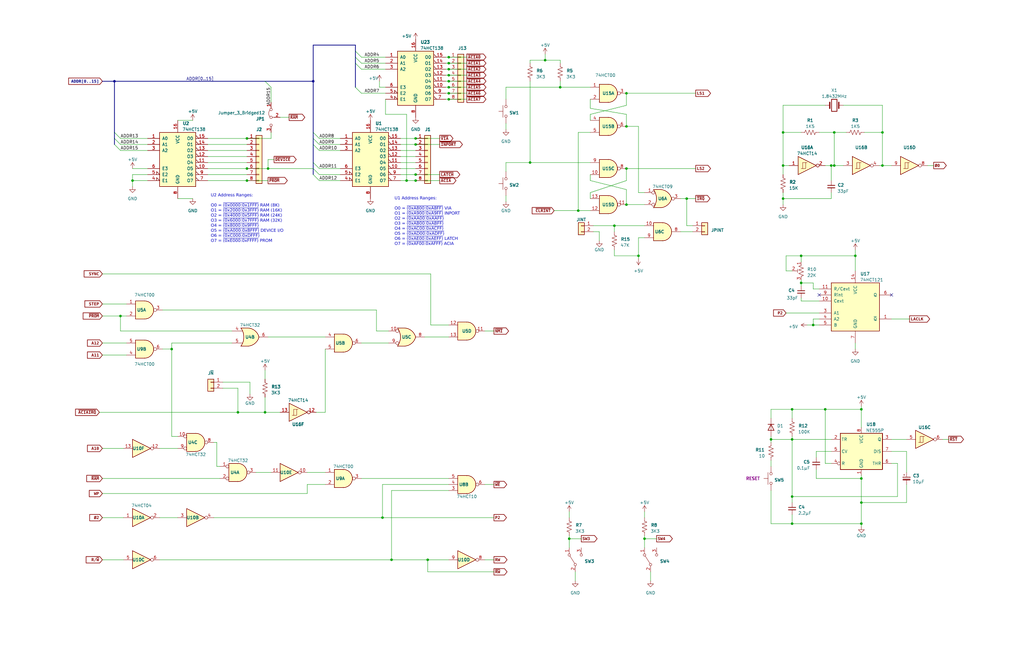
<source format=kicad_sch>
(kicad_sch (version 20230121) (generator eeschema)
  (paper "B")
  (title_block (title "XYM Microcomputer Remake") (date "2023-04-26") (rev "A") (company "JordanDSP LLC") (comment 1 "Original Design by Brian Webster, John Beckett et. Al.") (comment 2 "Schematic Reproduction by Benjamin W. D. Jordan"))
  (junction (at 104.14 58.42))
  (junction (at 264.16 53.34))
  (junction (at 334.01 209.55))
  (junction (at 363.22 220.98))
  (junction (at 175.26 60.96))
  (junction (at 189.23 36.83))
  (junction (at 180.34 236.22))
  (junction (at 240.03 227.33))
  (junction (at 189.23 26.67))
  (junction (at 175.26 58.42))
  (junction (at 264.16 71.12))
  (junction (at 259.08 95.25))
  (junction (at 189.23 29.21))
  (junction (at 189.23 41.91))
  (junction (at 111.76 173.99))
  (junction (at 372.11 55.88))
  (junction (at 347.98 172.72))
  (junction (at 175.26 73.66))
  (junction (at 243.84 88.9))
  (junction (at 175.26 76.2))
  (junction (at 113.03 71.12))
  (junction (at 72.39 147.32))
  (junction (at 363.22 172.72))
  (junction (at 189.23 24.13))
  (junction (at 223.52 68.58))
  (junction (at 161.29 218.44))
  (junction (at 132.08 34.29))
  (junction (at 334.01 185.42))
  (junction (at 337.82 107.95))
  (junction (at 229.87 25.4))
  (junction (at 334.01 172.72))
  (junction (at 189.23 31.75))
  (junction (at 104.14 71.12))
  (junction (at 269.24 107.95))
  (junction (at 325.12 185.42))
  (junction (at 334.01 220.98))
  (junction (at 330.2 83.82))
  (junction (at 271.78 227.33))
  (junction (at 165.1 236.22))
  (junction (at 342.9 137.16))
  (junction (at 330.2 55.88))
  (junction (at 48.26 34.29))
  (junction (at 50.8 133.35))
  (junction (at 330.2 69.85))
  (junction (at 104.14 76.2))
  (junction (at 264.16 86.36))
  (junction (at 236.22 36.83))
  (junction (at 372.11 69.85))
  (junction (at 189.23 39.37))
  (junction (at 351.79 69.85))
  (junction (at 350.52 69.85))
  (junction (at 264.16 39.37))
  (junction (at 289.56 83.82))
  (junction (at 171.45 76.2))
  (junction (at 360.68 107.95))
  (junction (at 55.88 76.2))
  (junction (at 100.33 173.99))
  (junction (at 337.82 119.38))
  (junction (at 363.22 201.93))
  (junction (at 363.22 212.09))
  (junction (at 351.79 55.88))
  (junction (at 189.23 34.29))
  (no_connect (at 345.44 124.46))
  (no_connect (at 375.92 124.46))
  (bus_entry (at 149.86 24.13) (size 2.54 2.54))
  (bus_entry (at 132.08 73.66) (size 2.54 2.54))
  (bus_entry (at 132.08 55.88) (size 2.54 2.54))
  (bus_entry (at 48.26 60.96) (size 2.54 2.54))
  (bus_entry (at 111.76 34.29) (size 2.54 2.54))
  (bus_entry (at 132.08 68.58) (size 2.54 2.54))
  (bus_entry (at 149.86 26.67) (size 2.54 2.54))
  (bus_entry (at 48.26 55.88) (size 2.54 2.54))
  (bus_entry (at 149.86 36.83) (size 2.54 2.54))
  (bus_entry (at 48.26 58.42) (size 2.54 2.54))
  (bus_entry (at 149.86 21.59) (size 2.54 2.54))
  (bus_entry (at 132.08 60.96) (size 2.54 2.54))
  (bus_entry (at 132.08 58.42) (size 2.54 2.54))
  (wire (pts (xy 55.88 76.2) (xy 55.88 73.66)))
  (wire (pts (xy 104.14 71.12) (xy 87.63 71.12)))
  (wire (pts (xy 271.78 227.33) (xy 271.78 231.14)))
  (wire (pts (xy 337.82 119.38) (xy 337.82 120.65)))
  (wire (pts (xy 55.88 71.12) (xy 62.23 71.12)))
  (wire (pts (xy 93.98 163.83) (xy 100.33 163.83)))
  (bus (pts (xy 132.08 68.58) (xy 132.08 60.96)))
  (bus (pts (xy 132.08 55.88) (xy 132.08 34.29)))
  (wire (pts (xy 50.8 63.5) (xy 62.23 63.5)))
  (wire (pts (xy 189.23 31.75) (xy 196.85 31.75)))
  (wire (pts (xy 248.92 73.66) (xy 248.92 76.2)))
  (wire (pts (xy 134.62 63.5) (xy 143.51 63.5)))
  (wire (pts (xy 43.18 189.23) (xy 52.07 189.23)))
  (wire (pts (xy 152.4 26.67) (xy 162.56 26.67)))
  (wire (pts (xy 330.2 81.28) (xy 330.2 83.82)))
  (wire (pts (xy 240.03 215.9) (xy 240.03 218.44)))
  (wire (pts (xy 213.36 85.09) (xy 213.36 82.55)))
  (bus (pts (xy 48.26 58.42) (xy 48.26 60.96)))
  (wire (pts (xy 114.3 199.39) (xy 107.95 199.39)))
  (wire (pts (xy 264.16 48.26) (xy 264.16 53.34)))
  (wire (pts (xy 269.24 81.28) (xy 269.24 53.34)))
  (wire (pts (xy 350.52 195.58) (xy 347.98 195.58)))
  (wire (pts (xy 171.45 48.26) (xy 171.45 76.2)))
  (wire (pts (xy 87.63 58.42) (xy 104.14 58.42)))
  (wire (pts (xy 129.54 208.28) (xy 129.54 204.47)))
  (wire (pts (xy 337.82 118.11) (xy 337.82 119.38)))
  (wire (pts (xy 233.68 88.9) (xy 243.84 88.9)))
  (wire (pts (xy 375.92 185.42) (xy 382.27 185.42)))
  (wire (pts (xy 372.11 44.45) (xy 372.11 55.88)))
  (wire (pts (xy 248.92 45.72) (xy 264.16 48.26)))
  (wire (pts (xy 264.16 80.01) (xy 264.16 86.36)))
  (wire (pts (xy 165.1 236.22) (xy 165.1 207.01)))
  (wire (pts (xy 375.92 195.58) (xy 378.46 195.58)))
  (wire (pts (xy 363.22 171.45) (xy 363.22 172.72)))
  (wire (pts (xy 43.18 149.86) (xy 53.34 149.86)))
  (wire (pts (xy 162.56 41.91) (xy 162.56 48.26)))
  (wire (pts (xy 229.87 25.4) (xy 223.52 25.4)))
  (wire (pts (xy 132.08 71.12) (xy 134.62 73.66)))
  (wire (pts (xy 360.68 105.41) (xy 360.68 107.95)))
  (wire (pts (xy 68.58 147.32) (xy 72.39 147.32)))
  (wire (pts (xy 187.96 36.83) (xy 189.23 36.83)))
  (wire (pts (xy 243.84 55.88) (xy 248.92 55.88)))
  (wire (pts (xy 375.92 190.5) (xy 382.27 190.5)))
  (wire (pts (xy 175.26 71.12) (xy 168.91 71.12)))
  (wire (pts (xy 337.82 55.88) (xy 330.2 55.88)))
  (wire (pts (xy 240.03 227.33) (xy 245.11 227.33)))
  (wire (pts (xy 187.96 24.13) (xy 189.23 24.13)))
  (wire (pts (xy 259.08 95.25) (xy 271.78 95.25)))
  (wire (pts (xy 363.22 220.98) (xy 363.22 212.09)))
  (wire (pts (xy 213.36 36.83) (xy 236.22 36.83)))
  (wire (pts (xy 137.16 173.99) (xy 137.16 147.32)))
  (wire (pts (xy 181.61 115.57) (xy 181.61 137.16)))
  (wire (pts (xy 175.26 76.2) (xy 185.42 76.2)))
  (wire (pts (xy 175.26 60.96) (xy 168.91 60.96)))
  (wire (pts (xy 345.44 121.92) (xy 342.9 121.92)))
  (wire (pts (xy 105.41 161.29) (xy 105.41 166.37)))
  (wire (pts (xy 331.47 107.95) (xy 337.82 107.95)))
  (wire (pts (xy 325.12 176.53) (xy 325.12 172.72)))
  (wire (pts (xy 248.92 76.2) (xy 264.16 80.01)))
  (wire (pts (xy 325.12 220.98) (xy 334.01 220.98)))
  (wire (pts (xy 347.98 172.72) (xy 363.22 172.72)))
  (wire (pts (xy 250.19 97.79) (xy 252.73 97.79)))
  (wire (pts (xy 55.88 78.74) (xy 55.88 76.2)))
  (wire (pts (xy 378.46 209.55) (xy 334.01 209.55)))
  (wire (pts (xy 325.12 185.42) (xy 334.01 185.42)))
  (bus (pts (xy 149.86 19.05) (xy 132.08 19.05)))
  (wire (pts (xy 114.3 55.88) (xy 114.3 58.42)))
  (wire (pts (xy 331.47 132.08) (xy 345.44 132.08)))
  (wire (pts (xy 72.39 184.15) (xy 72.39 147.32)))
  (wire (pts (xy 50.8 133.35) (xy 50.8 139.7)))
  (wire (pts (xy 152.4 39.37) (xy 162.56 39.37)))
  (wire (pts (xy 274.32 241.3) (xy 274.32 245.11)))
  (wire (pts (xy 104.14 66.04) (xy 87.63 66.04)))
  (wire (pts (xy 43.18 201.93) (xy 92.71 201.93)))
  (wire (pts (xy 271.78 81.28) (xy 269.24 81.28)))
  (wire (pts (xy 355.6 44.45) (xy 372.11 44.45)))
  (wire (pts (xy 114.3 36.83) (xy 114.3 43.18)))
  (wire (pts (xy 43.18 115.57) (xy 181.61 115.57)))
  (wire (pts (xy 363.22 222.25) (xy 363.22 220.98)))
  (wire (pts (xy 175.26 68.58) (xy 168.91 68.58)))
  (wire (pts (xy 355.6 69.85) (xy 351.79 69.85)))
  (wire (pts (xy 90.17 218.44) (xy 161.29 218.44)))
  (wire (pts (xy 350.52 69.85) (xy 347.98 69.85)))
  (wire (pts (xy 187.96 26.67) (xy 189.23 26.67)))
  (bus (pts (xy 149.86 24.13) (xy 149.86 26.67)))
  (wire (pts (xy 271.78 215.9) (xy 271.78 218.44)))
  (wire (pts (xy 337.82 125.73) (xy 337.82 127)))
  (wire (pts (xy 292.1 95.25) (xy 289.56 95.25)))
  (wire (pts (xy 187.96 34.29) (xy 189.23 34.29)))
  (wire (pts (xy 350.52 69.85) (xy 350.52 76.2)))
  (wire (pts (xy 114.3 58.42) (xy 104.14 58.42)))
  (wire (pts (xy 334.01 185.42) (xy 334.01 184.15)))
  (bus (pts (xy 149.86 26.67) (xy 149.86 36.83)))
  (wire (pts (xy 175.26 63.5) (xy 168.91 63.5)))
  (wire (pts (xy 179.07 142.24) (xy 189.23 142.24)))
  (wire (pts (xy 133.35 173.99) (xy 137.16 173.99)))
  (wire (pts (xy 334.01 217.17) (xy 334.01 220.98)))
  (wire (pts (xy 43.18 236.22) (xy 52.07 236.22)))
  (wire (pts (xy 240.03 226.06) (xy 240.03 227.33)))
  (wire (pts (xy 252.73 97.79) (xy 252.73 101.6)))
  (wire (pts (xy 113.03 142.24) (xy 137.16 142.24)))
  (bus (pts (xy 132.08 34.29) (xy 111.76 34.29)))
  (wire (pts (xy 134.62 71.12) (xy 143.51 71.12)))
  (wire (pts (xy 91.44 186.69) (xy 91.44 196.85)))
  (wire (pts (xy 189.23 36.83) (xy 196.85 36.83)))
  (wire (pts (xy 347.98 44.45) (xy 330.2 44.45)))
  (wire (pts (xy 382.27 190.5) (xy 382.27 199.39)))
  (wire (pts (xy 208.28 236.22) (xy 204.47 236.22)))
  (wire (pts (xy 158.75 130.81) (xy 158.75 139.7)))
  (wire (pts (xy 236.22 36.83) (xy 248.92 36.83)))
  (wire (pts (xy 289.56 83.82) (xy 293.37 83.82)))
  (wire (pts (xy 242.57 241.3) (xy 242.57 245.11)))
  (wire (pts (xy 400.05 185.42) (xy 397.51 185.42)))
  (wire (pts (xy 259.08 107.95) (xy 269.24 107.95)))
  (wire (pts (xy 342.9 137.16) (xy 342.9 134.62)))
  (wire (pts (xy 213.36 68.58) (xy 223.52 68.58)))
  (wire (pts (xy 264.16 86.36) (xy 271.78 86.36)))
  (wire (pts (xy 162.56 36.83) (xy 160.02 36.83)))
  (wire (pts (xy 248.92 83.82) (xy 248.92 81.28)))
  (wire (pts (xy 269.24 107.95) (xy 269.24 100.33)))
  (wire (pts (xy 208.28 241.3) (xy 180.34 241.3)))
  (wire (pts (xy 340.36 137.16) (xy 342.9 137.16)))
  (wire (pts (xy 50.8 133.35) (xy 43.18 133.35)))
  (wire (pts (xy 248.92 81.28) (xy 264.16 76.2)))
  (wire (pts (xy 90.17 186.69) (xy 91.44 186.69)))
  (wire (pts (xy 271.78 227.33) (xy 276.86 227.33)))
  (wire (pts (xy 325.12 184.15) (xy 325.12 185.42)))
  (bus (pts (xy 132.08 58.42) (xy 132.08 55.88)))
  (wire (pts (xy 104.14 68.58) (xy 87.63 68.58)))
  (wire (pts (xy 67.31 218.44) (xy 74.93 218.44)))
  (wire (pts (xy 372.11 55.88) (xy 372.11 69.85)))
  (wire (pts (xy 175.26 58.42) (xy 168.91 58.42)))
  (wire (pts (xy 187.96 39.37) (xy 189.23 39.37)))
  (wire (pts (xy 104.14 63.5) (xy 87.63 63.5)))
  (wire (pts (xy 325.12 185.42) (xy 325.12 186.69)))
  (wire (pts (xy 342.9 121.92) (xy 342.9 119.38)))
  (wire (pts (xy 240.03 227.33) (xy 240.03 231.14)))
  (wire (pts (xy 334.01 172.72) (xy 334.01 176.53)))
  (wire (pts (xy 67.31 189.23) (xy 74.93 189.23)))
  (wire (pts (xy 269.24 100.33) (xy 271.78 100.33)))
  (wire (pts (xy 189.23 29.21) (xy 196.85 29.21)))
  (wire (pts (xy 223.52 68.58) (xy 248.92 68.58)))
  (wire (pts (xy 50.8 133.35) (xy 53.34 133.35)))
  (wire (pts (xy 351.79 69.85) (xy 350.52 69.85)))
  (wire (pts (xy 344.17 198.12) (xy 344.17 201.93)))
  (wire (pts (xy 43.18 218.44) (xy 52.07 218.44)))
  (wire (pts (xy 236.22 25.4) (xy 229.87 25.4)))
  (wire (pts (xy 350.52 83.82) (xy 330.2 83.82)))
  (wire (pts (xy 55.88 76.2) (xy 62.23 76.2)))
  (wire (pts (xy 175.26 60.96) (xy 185.42 60.96)))
  (wire (pts (xy 74.93 50.8) (xy 81.28 50.8)))
  (wire (pts (xy 41.91 173.99) (xy 100.33 173.99)))
  (wire (pts (xy 337.82 127) (xy 345.44 127)))
  (wire (pts (xy 72.39 144.78) (xy 97.79 144.78)))
  (wire (pts (xy 325.12 196.85) (xy 325.12 194.31)))
  (wire (pts (xy 175.26 66.04) (xy 168.91 66.04)))
  (wire (pts (xy 152.4 24.13) (xy 162.56 24.13)))
  (wire (pts (xy 160.02 34.29) (xy 160.02 36.83)))
  (wire (pts (xy 383.54 134.62) (xy 375.92 134.62)))
  (wire (pts (xy 337.82 107.95) (xy 337.82 110.49)))
  (wire (pts (xy 264.16 71.12) (xy 293.37 71.12)))
  (bus (pts (xy 132.08 73.66) (xy 132.08 68.58)))
  (wire (pts (xy 189.23 41.91) (xy 196.85 41.91)))
  (wire (pts (xy 330.2 44.45) (xy 330.2 55.88)))
  (wire (pts (xy 363.22 201.93) (xy 363.22 200.66)))
  (wire (pts (xy 229.87 22.86) (xy 229.87 25.4)))
  (bus (pts (xy 48.26 55.88) (xy 48.26 58.42)))
  (wire (pts (xy 292.1 97.79) (xy 287.02 97.79)))
  (wire (pts (xy 337.82 107.95) (xy 360.68 107.95)))
  (wire (pts (xy 104.14 71.12) (xy 113.03 71.12)))
  (wire (pts (xy 152.4 29.21) (xy 162.56 29.21)))
  (wire (pts (xy 264.16 76.2) (xy 264.16 71.12)))
  (wire (pts (xy 342.9 119.38) (xy 337.82 119.38)))
  (wire (pts (xy 189.23 34.29) (xy 196.85 34.29)))
  (wire (pts (xy 271.78 226.06) (xy 271.78 227.33)))
  (wire (pts (xy 171.45 76.2) (xy 168.91 76.2)))
  (wire (pts (xy 55.88 73.66) (xy 62.23 73.66)))
  (wire (pts (xy 180.34 236.22) (xy 189.23 236.22)))
  (wire (pts (xy 344.17 190.5) (xy 350.52 190.5)))
  (wire (pts (xy 208.28 204.47) (xy 204.47 204.47)))
  (wire (pts (xy 189.23 39.37) (xy 196.85 39.37)))
  (wire (pts (xy 378.46 195.58) (xy 378.46 209.55)))
  (wire (pts (xy 87.63 60.96) (xy 104.14 60.96)))
  (wire (pts (xy 289.56 95.25) (xy 289.56 83.82)))
  (wire (pts (xy 50.8 139.7) (xy 97.79 139.7)))
  (wire (pts (xy 364.49 55.88) (xy 372.11 55.88)))
  (wire (pts (xy 347.98 195.58) (xy 347.98 172.72)))
  (bus (pts (xy 149.86 19.05) (xy 149.86 21.59)))
  (bus (pts (xy 48.26 34.29) (xy 43.18 34.29)))
  (wire (pts (xy 330.2 83.82) (xy 330.2 86.36)))
  (wire (pts (xy 189.23 26.67) (xy 196.85 26.67)))
  (wire (pts (xy 223.52 26.67) (xy 223.52 25.4)))
  (wire (pts (xy 382.27 204.47) (xy 382.27 212.09)))
  (wire (pts (xy 68.58 130.81) (xy 158.75 130.81)))
  (wire (pts (xy 100.33 163.83) (xy 100.33 173.99)))
  (wire (pts (xy 161.29 218.44) (xy 208.28 218.44)))
  (wire (pts (xy 334.01 220.98) (xy 363.22 220.98)))
  (wire (pts (xy 330.2 55.88) (xy 330.2 69.85)))
  (wire (pts (xy 330.2 69.85) (xy 332.74 69.85)))
  (wire (pts (xy 50.8 58.42) (xy 62.23 58.42)))
  (wire (pts (xy 113.03 67.31) (xy 113.03 71.12)))
  (wire (pts (xy 248.92 50.8) (xy 248.92 48.26)))
  (wire (pts (xy 213.36 54.61) (xy 213.36 52.07)))
  (wire (pts (xy 370.84 69.85) (xy 372.11 69.85)))
  (wire (pts (xy 236.22 25.4) (xy 236.22 26.67)))
  (wire (pts (xy 330.2 69.85) (xy 330.2 73.66)))
  (wire (pts (xy 93.98 161.29) (xy 105.41 161.29)))
  (wire (pts (xy 175.26 73.66) (xy 168.91 73.66)))
  (wire (pts (xy 264.16 39.37) (xy 293.37 39.37)))
  (wire (pts (xy 104.14 76.2) (xy 113.03 76.2)))
  (wire (pts (xy 74.93 83.82) (xy 81.28 83.82)))
  (wire (pts (xy 248.92 88.9) (xy 243.84 88.9)))
  (wire (pts (xy 334.01 185.42) (xy 334.01 209.55)))
  (wire (pts (xy 393.7 69.85) (xy 391.16 69.85)))
  (wire (pts (xy 67.31 236.22) (xy 165.1 236.22)))
  (wire (pts (xy 104.14 73.66) (xy 87.63 73.66)))
  (wire (pts (xy 189.23 24.13) (xy 196.85 24.13)))
  (bus (pts (xy 132.08 19.05) (xy 132.08 34.29)))
  (wire (pts (xy 161.29 218.44) (xy 161.29 204.47)))
  (wire (pts (xy 334.01 172.72) (xy 347.98 172.72)))
  (wire (pts (xy 350.52 185.42) (xy 334.01 185.42)))
  (wire (pts (xy 129.54 199.39) (xy 137.16 199.39)))
  (wire (pts (xy 115.57 67.31) (xy 113.03 67.31)))
  (wire (pts (xy 243.84 88.9) (xy 243.84 55.88)))
  (wire (pts (xy 236.22 34.29) (xy 236.22 36.83)))
  (wire (pts (xy 50.8 60.96) (xy 62.23 60.96)))
  (wire (pts (xy 158.75 139.7) (xy 163.83 139.7)))
  (wire (pts (xy 287.02 83.82) (xy 289.56 83.82)))
  (wire (pts (xy 334.01 209.55) (xy 334.01 212.09)))
  (wire (pts (xy 43.18 128.27) (xy 53.34 128.27)))
  (wire (pts (xy 43.18 208.28) (xy 129.54 208.28)))
  (wire (pts (xy 91.44 196.85) (xy 92.71 196.85)))
  (wire (pts (xy 74.93 184.15) (xy 72.39 184.15)))
  (wire (pts (xy 121.92 49.53) (xy 118.11 49.53)))
  (wire (pts (xy 248.92 48.26) (xy 264.16 44.45)))
  (wire (pts (xy 134.62 60.96) (xy 143.51 60.96)))
  (wire (pts (xy 351.79 55.88) (xy 356.87 55.88)))
  (wire (pts (xy 360.68 107.95) (xy 360.68 114.3)))
  (wire (pts (xy 345.44 134.62) (xy 342.9 134.62)))
  (wire (pts (xy 363.22 212.09) (xy 363.22 201.93)))
  (bus (pts (xy 132.08 60.96) (xy 132.08 58.42)))
  (bus (pts (xy 48.26 34.29) (xy 48.26 55.88)))
  (wire (pts (xy 129.54 204.47) (xy 137.16 204.47)))
  (wire (pts (xy 162.56 48.26) (xy 171.45 48.26)))
  (wire (pts (xy 113.03 71.12) (xy 132.08 71.12)))
  (wire (pts (xy 72.39 147.32) (xy 72.39 144.78)))
  (wire (pts (xy 250.19 95.25) (xy 259.08 95.25)))
  (bus (pts (xy 149.86 21.59) (xy 149.86 24.13)))
  (wire (pts (xy 187.96 29.21) (xy 189.23 29.21)))
  (wire (pts (xy 152.4 144.78) (xy 163.83 144.78)))
  (wire (pts (xy 331.47 114.3) (xy 331.47 107.95)))
  (wire (pts (xy 134.62 73.66) (xy 143.51 73.66)))
  (wire (pts (xy 375.92 69.85) (xy 372.11 69.85)))
  (wire (pts (xy 165.1 207.01) (xy 189.23 207.01)))
  (wire (pts (xy 208.28 139.7) (xy 204.47 139.7)))
  (wire (pts (xy 259.08 105.41) (xy 259.08 107.95)))
  (wire (pts (xy 187.96 41.91) (xy 189.23 41.91)))
  (wire (pts (xy 351.79 55.88) (xy 351.79 69.85)))
  (wire (pts (xy 325.12 207.01) (xy 325.12 220.98)))
  (wire (pts (xy 104.14 76.2) (xy 87.63 76.2)))
  (wire (pts (xy 223.52 34.29) (xy 223.52 68.58)))
  (wire (pts (xy 344.17 193.04) (xy 344.17 190.5)))
  (wire (pts (xy 360.68 147.32) (xy 360.68 144.78)))
  (wire (pts (xy 187.96 31.75) (xy 189.23 31.75)))
  (wire (pts (xy 43.18 144.78) (xy 53.34 144.78)))
  (wire (pts (xy 134.62 58.42) (xy 143.51 58.42)))
  (wire (pts (xy 259.08 95.25) (xy 259.08 97.79)))
  (wire (pts (xy 175.26 58.42) (xy 185.42 58.42)))
  (wire (pts (xy 345.44 137.16) (xy 342.9 137.16)))
  (wire (pts (xy 264.16 44.45) (xy 264.16 39.37)))
  (wire (pts (xy 382.27 212.09) (xy 363.22 212.09)))
  (wire (pts (xy 161.29 204.47) (xy 189.23 204.47)))
  (wire (pts (xy 165.1 236.22) (xy 180.34 236.22)))
  (wire (pts (xy 345.44 55.88) (xy 351.79 55.88)))
  (wire (pts (xy 213.36 41.91) (xy 213.36 36.83)))
  (wire (pts (xy 180.34 241.3) (xy 180.34 236.22)))
  (wire (pts (xy 175.26 73.66) (xy 185.42 73.66)))
  (wire (pts (xy 175.26 76.2) (xy 171.45 76.2)))
  (wire (pts (xy 248.92 41.91) (xy 248.92 45.72)))
  (wire (pts (xy 350.52 81.28) (xy 350.52 83.82)))
  (wire (pts (xy 134.62 76.2) (xy 143.51 76.2)))
  (wire (pts (xy 111.76 156.21) (xy 111.76 160.02)))
  (wire (pts (xy 344.17 201.93) (xy 363.22 201.93)))
  (wire (pts (xy 334.01 114.3) (xy 331.47 114.3)))
  (wire (pts (xy 269.24 53.34) (xy 264.16 53.34)))
  (wire (pts (xy 100.33 173.99) (xy 111.76 173.99)))
  (bus (pts (xy 111.76 34.29) (xy 48.26 34.29)))
  (wire (pts (xy 189.23 201.93) (xy 152.4 201.93)))
  (wire (pts (xy 181.61 137.16) (xy 189.23 137.16)))
  (wire (pts (xy 118.11 173.99) (xy 111.76 173.99)))
  (wire (pts (xy 363.22 172.72) (xy 363.22 180.34)))
  (wire (pts (xy 111.76 173.99) (xy 111.76 167.64)))
  (wire (pts (xy 269.24 109.22) (xy 269.24 107.95)))
  (wire (pts (xy 213.36 72.39) (xy 213.36 68.58)))
  (wire (pts (xy 325.12 172.72) (xy 334.01 172.72)))
  (text "U1 Address Ranges:\n\nO0 = ~{(0xA800:0xA8FF)} VIA\nO1 = ~{(0xA900:0xA9FF)} INPORT\nO2 = ~{(0xAA00:0xAAFF)}\nO3 = ~{(0xAB00:0xABFF)}\nO4 = ~{(0xAC00:0xACFF)}\nO5 = ~{(0xAD00:0xADFF)}\nO6 = ~{(0xAE00:0xAEFF)} LATCH\nO7 = ~{(0xAF00:0xAFFF)} ACIA\n" (at 166.37 104.14 0) (effects (font (size 1.27 1.27)) (justify left bottom)))
  (text "U2 Address Ranges:\n\nO0 = ~{(0x0000:0x1FFF)} RAM (8K)\nO1 = ~{(0x2000:0x3FFF)} RAM (16K)\nO2 = ~{(0x4000:0x5FFF)} RAM (24K)\nO3 = ~{(0x6000:0x7FFF)} RAM (32K)\nO4 = ~{(0x8000:0x9FFF)} \nO5 = ~{(0xA000:0xBFFF)} DEVICE I/O\nO6 = ~{(0xC000:0xDFFF)} \nO7 = ~{(0xE000:0xFFFF)} PROM\n" (at 88.9 102.87 0) (effects (font (size 1.27 1.27)) (justify left bottom)))
  (label "ADDR5" (at 153.67 26.67 0))
  (label "ADDR15" (at 114.3 36.83 270))
  (label "ADDR[0..15]" (at 90.17 34.29 180))
  (label "ADDR10" (at 134.62 63.5 0))
  (label "ADDR8" (at 134.62 58.42 0))
  (label "ADDR11" (at 134.62 71.12 0))
  (label "ADDR9" (at 134.62 60.96 0))
  (label "ADDR13" (at 50.8 58.42 0))
  (label "ADDR6" (at 153.67 29.21 0))
  (label "ADDR14" (at 50.8 60.96 0))
  (label "ADDR15" (at 50.8 63.5 0))
  (label "ADDR4" (at 153.67 24.13 0))
  (label "ADDR12" (at 134.62 76.2 0))
  (label "ADDR7" (at 153.67 39.37 0))
  (global_label "~{INPORT}" (shape output) (at 185.42 60.96 0) (effects (font bold)) (property "Intersheetrefs" "${INTERSHEET_REFS}" (effects hide)))
  (global_label "~{RAM}" (shape output) (at 121.92 49.53 0) (effects (font bold)) (property "Intersheetrefs" "${INTERSHEET_REFS}" (effects hide)))
  (global_label "P2" (shape output) (at 208.28 218.44 0) (effects (font bold)) (property "Intersheetrefs" "${INTERSHEET_REFS}" (effects hide)))
  (global_label "WP" (shape input) (at 43.18 208.28 180) (effects (font bold)) (property "Intersheetrefs" "${INTERSHEET_REFS}" (effects hide)))
  (global_label "~{WE}" (shape output) (at 208.28 204.47 0) (effects (font bold)) (property "Intersheetrefs" "${INTERSHEET_REFS}" (effects hide)))
  (global_label "SW4" (shape output) (at 276.86 227.33 0) (effects (font bold)) (property "Intersheetrefs" "${INTERSHEET_REFS}" (effects hide)))
  (global_label "~{ACIA4}" (shape output) (at 196.85 34.29 0) (effects (font bold)) (property "Intersheetrefs" "${INTERSHEET_REFS}" (effects hide)))
  (global_label "~{PROM}" (shape input) (at 43.18 133.35 180) (effects (font bold)) (property "Intersheetrefs" "${INTERSHEET_REFS}" (effects hide)))
  (global_label "~{RST}" (shape output) (at 400.05 185.42 0) (effects (font bold)) (property "Intersheetrefs" "${INTERSHEET_REFS}" (effects hide)))
  (global_label "LS1" (shape output) (at 293.37 39.37 0) (effects (font bold)) (property "Intersheetrefs" "${INTERSHEET_REFS}" (effects hide)))
  (global_label "~{ACIA0}" (shape output) (at 196.85 24.13 0) (effects (font bold)) (property "Intersheetrefs" "${INTERSHEET_REFS}" (effects hide)))
  (global_label "P2" (shape input) (at 331.47 132.08 180) (effects (font bold)) (property "Intersheetrefs" "${INTERSHEET_REFS}" (effects hide)))
  (global_label "~{CLRINT}" (shape input) (at 233.68 88.9 180) (effects (font bold)) (property "Intersheetrefs" "${INTERSHEET_REFS}" (effects hide)))
  (global_label "SYNC" (shape input) (at 43.18 115.57 180) (effects (font bold)) (property "Intersheetrefs" "${INTERSHEET_REFS}" (effects hide)))
  (global_label "Ø0" (shape output) (at 393.7 69.85 0) (effects (font bold)) (property "Intersheetrefs" "${INTERSHEET_REFS}" (effects hide)))
  (global_label "~{RW}" (shape output) (at 208.28 241.3 0) (effects (font bold)) (property "Intersheetrefs" "${INTERSHEET_REFS}" (effects hide)))
  (global_label "LS2" (shape output) (at 293.37 71.12 0) (effects (font bold)) (property "Intersheetrefs" "${INTERSHEET_REFS}" (effects hide)))
  (global_label "~{ACIA2}" (shape output) (at 196.85 29.21 0) (effects (font bold)) (property "Intersheetrefs" "${INTERSHEET_REFS}" (effects hide)))
  (global_label "R{slash}~{W}" (shape input) (at 43.18 236.22 180) (effects (font bold)) (property "Intersheetrefs" "${INTERSHEET_REFS}" (effects hide)))
  (global_label "A12" (shape input) (at 43.18 144.78 180) (effects (font bold)) (property "Intersheetrefs" "${INTERSHEET_REFS}" (effects hide)))
  (global_label "~{ACIA6}" (shape output) (at 196.85 39.37 0) (effects (font bold)) (property "Intersheetrefs" "${INTERSHEET_REFS}" (effects hide)))
  (global_label "~{ACIA3}" (shape output) (at 196.85 31.75 0) (effects (font bold)) (property "Intersheetrefs" "${INTERSHEET_REFS}" (effects hide)))
  (global_label "~{ACIA7}" (shape output) (at 196.85 41.91 0) (effects (font bold)) (property "Intersheetrefs" "${INTERSHEET_REFS}" (effects hide)))
  (global_label "~{ACIAIRQ}" (shape input) (at 41.91 173.99 180) (effects (font bold)) (property "Intersheetrefs" "${INTERSHEET_REFS}" (effects hide)))
  (global_label "~{PROM}" (shape output) (at 113.03 76.2 0) (effects (font bold)) (property "Intersheetrefs" "${INTERSHEET_REFS}" (effects hide)))
  (global_label "A10" (shape input) (at 43.18 189.23 180) (effects (font bold)) (property "Intersheetrefs" "${INTERSHEET_REFS}" (effects hide)))
  (global_label "~{ACIA5}" (shape output) (at 196.85 36.83 0) (effects (font bold)) (property "Intersheetrefs" "${INTERSHEET_REFS}" (effects hide)))
  (global_label "~{ACIA}" (shape output) (at 185.42 76.2 0) (effects (font bold)) (property "Intersheetrefs" "${INTERSHEET_REFS}" (effects hide)))
  (global_label "~{RAM}" (shape input) (at 43.18 201.93 180) (effects (font bold)) (property "Intersheetrefs" "${INTERSHEET_REFS}" (effects hide)))
  (global_label "~{NMI}" (shape output) (at 208.28 139.7 0) (effects (font bold)) (property "Intersheetrefs" "${INTERSHEET_REFS}" (effects hide)))
  (global_label "Ø2" (shape input) (at 43.18 218.44 180) (effects (font bold)) (property "Intersheetrefs" "${INTERSHEET_REFS}" (effects hide)))
  (global_label "STEP" (shape input) (at 43.18 128.27 180) (effects (font bold)) (property "Intersheetrefs" "${INTERSHEET_REFS}" (effects hide)))
  (global_label "ADDR[0..15]" (shape input) (at 43.18 34.29 180) (effects (font bold)) (property "Intersheetrefs" "${INTERSHEET_REFS}" (effects hide)))
  (global_label "~{ACIA1}" (shape output) (at 196.85 26.67 0) (effects (font bold)) (property "Intersheetrefs" "${INTERSHEET_REFS}" (effects hide)))
  (global_label "A11" (shape input) (at 43.18 149.86 180) (effects (font bold)) (property "Intersheetrefs" "${INTERSHEET_REFS}" (effects hide)))
  (global_label "SW3" (shape output) (at 245.11 227.33 0) (effects (font bold)) (property "Intersheetrefs" "${INTERSHEET_REFS}" (effects hide)))
  (global_label "RW" (shape output) (at 208.28 236.22 0) (effects (font bold)) (property "Intersheetrefs" "${INTERSHEET_REFS}" (effects hide)))
  (global_label "~{IRQ}" (shape output) (at 293.37 83.82 0) (effects (font bold)) (property "Intersheetrefs" "${INTERSHEET_REFS}" (effects hide)))
  (global_label "LACLK" (shape output) (at 383.54 134.62 0) (effects (font bold)) (property "Intersheetrefs" "${INTERSHEET_REFS}" (effects hide)))
  (global_label "~{LATCH}" (shape output) (at 185.42 73.66 0) (effects (font bold)) (property "Intersheetrefs" "${INTERSHEET_REFS}" (effects hide)))
  (global_label "~{DEVICE}" (shape output) (at 115.57 67.31 0) (effects (font bold)) (property "Intersheetrefs" "${INTERSHEET_REFS}" (effects hide)))
  (global_label "~{VIA}" (shape output) (at 185.42 58.42 0) (effects (font bold)) (property "Intersheetrefs" "${INTERSHEET_REFS}" (effects hide)))
  (symbol (lib_id "power:+5V") (at 55.88 71.12 0) (unit 1)
    (property "Reference" "#PWR040" (effects hide))
    (property "Value" "+5V" (at 55.88 67.31 0))
  )
  (symbol (lib_id "Device:R_US") (at 223.52 30.48 180) (unit 1)
    (property "Reference" "R6" (at 226.06 29.845 0) (effects (font bold) (justify right)))
    (property "Value" "3K3" (at 226.06 32.385 0) (effects (justify right)))
  )
  (symbol (lib_id "Device:R_US") (at 330.2 77.47 180) (unit 1)
    (property "Reference" "R2" (at 332.74 76.835 0) (effects (font bold) (justify right)))
    (property "Value" "15K" (at 332.74 79.375 0) (effects (justify right)))
  )
  (symbol (lib_id "Device:R_US") (at 259.08 101.6 0) (unit 1)
    (property "Reference" "R15" (at 261.62 100.965 0) (effects (font bold) (justify left)))
    (property "Value" "47K" (at 261.62 103.505 0) (effects (justify left)))
  )
  (symbol (lib_id "74xx:74LS14") (at 383.54 69.85 0) (unit 4)
    (property "Reference" "U16" (at 383.54 62.23 0) (effects (font bold)))
    (property "Value" "74HCT14" (effects hide))
    (property "Datasheet" "http://www.ti.com/lit/gpn/sn74LS14" (effects hide))
  )
  (symbol (lib_id "Switch:SW_SPDT") (at 242.57 236.22 90) (unit 1)
    (property "Reference" "SW3" (at 246.38 236.855 90) (effects (font bold) (justify right)))
    (property "Value" "SW_SPDT" (effects hide))
  )
  (symbol (lib_id "power:GND") (at 213.36 85.09 0) (unit 1)
    (property "Reference" "#PWR033" (effects hide))
    (property "Value" "GND" (at 213.36 88.9 0))
  )
  (symbol (lib_id "74xx:74LS138") (at 175.26 31.75 0) (unit 1)
    (property "Reference" "U23" (at 177.2159 17.78 0) (effects (font bold) (justify left)))
    (property "Value" "74HCT138" (at 177.2159 20.32 0) (effects (justify left)))
    (property "Datasheet" "http://www.ti.com/lit/gpn/sn74LS138" (effects hide))
  )
  (symbol (lib_id "Device:R_US") (at 236.22 30.48 180) (unit 1)
    (property "Reference" "R5" (at 238.76 29.845 0) (effects (font bold) (justify right)))
    (property "Value" "3K3" (at 238.76 32.385 0) (effects (justify right)))
  )
  (symbol (lib_id "Device:R_US") (at 341.63 55.88 90) (unit 1)
    (property "Reference" "R1" (at 341.63 50.8 90) (effects (font bold)))
    (property "Value" "1K5" (at 341.63 53.34 90))
  )
  (symbol (lib_id "power:+5V") (at 160.02 34.29 0) (unit 1)
    (property "Reference" "#PWR068" (effects hide))
    (property "Value" "+5V" (at 157.48 33.02 0))
  )
  (symbol (lib_id "Device:C_Small") (at 334.01 214.63 0) (unit 1)
    (property "Reference" "C4" (at 336.55 214.0013 0) (effects (font bold) (justify left)))
    (property "Value" "2.2µF" (at 336.55 216.5413 0) (effects (justify left)))
  )
  (symbol (lib_id "74xx:74HCT00") (at 256.54 53.34 0) (unit 2)
    (property "Reference" "U15" (at 256.54 53.34 0) (effects (font bold)))
    (property "Value" "74HCT00" (effects hide))
    (property "Datasheet" "http://www.ti.com/lit/gpn/sn74hct00" (effects hide))
  )
  (symbol (lib_id "74xx:74AHCT04") (at 82.55 218.44 0) (unit 2)
    (property "Reference" "U10" (at 81.28 218.44 0) (effects (font bold)))
    (property "Value" "74HCT04" (effects hide))
    (property "Datasheet" "https://assets.nexperia.com/documents/data-sheet/74AHC_AHCT04.pdf" (effects hide))
  )
  (symbol (lib_id "Device:C_Polarized_Small") (at 382.27 201.93 0) (unit 1)
    (property "Reference" "C3" (at 384.81 200.7489 0) (effects (font bold) (justify left)))
    (property "Value" "10µF" (at 384.81 203.2889 0) (effects (justify left)))
  )
  (symbol (lib_id "power:+5V") (at 269.24 109.22 180) (unit 1)
    (property "Reference" "#PWR025" (effects hide))
    (property "Value" "+5V" (at 269.24 114.3 0))
  )
  (symbol (lib_id "Connector_Generic:Conn_01x08") (at 109.22 66.04 0) (unit 1)
    (property "Reference" "J2" (at 107.95 54.61 0) (effects (font bold) (justify left)))
    (property "Value" "Conn_01x08" (effects hide))
  )
  (symbol (lib_id "power:+5V") (at 111.76 156.21 0) (unit 1)
    (property "Reference" "#PWR043" (effects hide))
    (property "Value" "+5V" (at 111.76 152.4 0))
  )
  (symbol (lib_id "Jumper:Jumper_3_Bridged12") (at 114.3 49.53 90) (mirror x) (unit 1)
    (property "Reference" "JP1" (at 111.76 50.165 90) (effects (font bold) (justify left)))
    (property "Value" "Jumper_3_Bridged12" (at 111.76 47.625 90) (effects (justify left)))
  )
  (symbol (lib_id "power:+5V") (at 81.28 50.8 0) (unit 1)
    (property "Reference" "#PWR023" (effects hide))
    (property "Value" "+5V" (at 81.28 46.99 0))
  )
  (symbol (lib_id "Connector_Generic:Conn_01x08") (at 180.34 66.04 0) (unit 1)
    (property "Reference" "J1" (at 179.07 54.61 0) (effects (font bold) (justify left)))
    (property "Value" "Conn_01x08" (effects hide))
  )
  (symbol (lib_id "74xx:74LS14") (at 363.22 69.85 0) (unit 2)
    (property "Reference" "U16" (at 363.22 62.23 0) (effects (font bold)))
    (property "Value" "74HCT14" (effects hide))
    (property "Datasheet" "http://www.ti.com/lit/gpn/sn74LS14" (effects hide))
  )
  (symbol (lib_id "Device:C_Small") (at 350.52 78.74 0) (unit 1)
    (property "Reference" "C2" (at 353.06 78.1113 0) (effects (font bold) (justify left)))
    (property "Value" "33pF" (at 353.06 80.6513 0) (effects (justify left)))
  )
  (symbol (lib_id "Device:R_Potentiometer_Trim_US") (at 337.82 114.3 0) (mirror y) (unit 1)
    (property "Reference" "R10" (at 340.36 113.665 0) (effects (justify right)))
    (property "Value" "22K" (at 340.36 116.205 0) (effects (justify right)))
  )
  (symbol (lib_id "power:GND") (at 175.26 49.53 0) (unit 1)
    (property "Reference" "#PWR067" (effects hide))
    (property "Value" "GND" (at 175.26 54.61 0))
  )
  (symbol (lib_id "power:+5V") (at 175.26 16.51 0) (unit 1)
    (property "Reference" "#PWR066" (effects hide))
    (property "Value" "+5V" (at 171.45 15.24 0))
  )
  (symbol (lib_id "74xx:74HCT00") (at 171.45 142.24 0) (mirror x) (unit 3) (convert 2)
    (property "Reference" "U5" (at 171.45 142.24 0) (effects (font bold)))
    (property "Value" "74HCT00" (effects hide))
    (property "Datasheet" "http://www.ti.com/lit/gpn/sn74hct00" (effects hide))
  )
  (symbol (lib_id "Device:D") (at 325.12 180.34 270) (unit 1)
    (property "Reference" "D1" (at 327.66 179.705 90) (effects (justify left)))
    (property "Value" "D" (at 327.66 182.245 90) (effects (justify left)))
    (property "Sim.Device" "D" (effects hide))
    (property "Sim.Pins" "1=K 2=A" (effects hide))
  )
  (symbol (lib_id "74xx:74HCT00") (at 144.78 201.93 0) (unit 1)
    (property "Reference" "U9" (at 143.51 201.93 0) (effects (font bold)))
    (property "Value" "74HCT00" (at 144.7717 196.85 0))
    (property "Datasheet" "http://www.ti.com/lit/gpn/sn74hct00" (effects hide))
  )
  (symbol (lib_id "power:+5V") (at 271.78 215.9 0) (unit 1)
    (property "Reference" "#PWR045" (effects hide))
    (property "Value" "+5V" (at 271.78 212.09 0))
  )
  (symbol (lib_id "74xx:74LS14") (at 340.36 69.85 0) (unit 1)
    (property "Reference" "U16" (at 340.36 62.23 0) (effects (font bold)))
    (property "Value" "74HCT14" (at 340.36 64.77 0))
    (property "Datasheet" "http://www.ti.com/lit/gpn/sn74LS14" (effects hide))
  )
  (symbol (lib_id "74xx:74LS32") (at 105.41 142.24 0) (unit 2)
    (property "Reference" "U4" (at 105.41 142.24 0) (effects (font bold)))
    (property "Value" "74HCT32" (at 105.41 137.16 0))
    (property "Datasheet" "http://www.ti.com/lit/gpn/sn74LS32" (effects hide))
  )
  (symbol (lib_id "74xx:74HCT00") (at 60.96 147.32 0) (mirror x) (unit 2)
    (property "Reference" "U9" (at 59.69 147.32 0) (effects (font bold)))
    (property "Value" "74HCT00" (at 60.96 153.67 0))
    (property "Datasheet" "http://www.ti.com/lit/gpn/sn74hct00" (effects hide))
  )
  (symbol (lib_id "74xx:74LS09") (at 279.4 83.82 0) (unit 1) (convert 2)
    (property "Reference" "U6" (at 279.4 83.82 0) (effects (font bold)))
    (property "Value" "74HCT09" (at 279.4 78.74 0))
    (property "Datasheet" "http://www.ti.com/lit/gpn/sn74LS09" (effects hide))
  )
  (symbol (lib_id "power:+5V") (at 156.21 50.8 0) (unit 1)
    (property "Reference" "#PWR022" (effects hide))
    (property "Value" "+5V" (at 156.21 46.99 0))
  )
  (symbol (lib_id "Connector_Generic:Conn_01x02") (at 297.18 95.25 0) (unit 1)
    (property "Reference" "JPINT" (at 299.72 97.155 0) (effects (font bold) (justify left)))
    (property "Value" "Conn_01x02" (effects hide))
  )
  (symbol (lib_id "74xx:74HCT00") (at 60.96 130.81 0) (unit 1)
    (property "Reference" "U5" (at 59.69 130.81 0) (effects (font bold)))
    (property "Value" "74HCT00" (at 60.96 124.46 0))
    (property "Datasheet" "http://www.ti.com/lit/gpn/sn74hct00" (effects hide))
  )
  (symbol (lib_id "74xx:74AHCT04") (at 196.85 236.22 0) (unit 4)
    (property "Reference" "U10" (at 195.58 236.22 0) (effects (font bold)))
    (property "Value" "74HCT04" (effects hide))
    (property "Datasheet" "https://assets.nexperia.com/documents/data-sheet/74AHC_AHCT04.pdf" (effects hide))
  )
  (symbol (lib_id "power:GND") (at 242.57 245.11 0) (unit 1)
    (property "Reference" "#PWR047" (effects hide))
    (property "Value" "GND" (at 242.57 250.19 0))
  )
  (symbol (lib_id "Device:Crystal") (at 351.79 44.45 0) (unit 1)
    (property "Reference" "X1" (at 351.79 38.1 0))
    (property "Value" "1.8432MHz" (at 351.79 40.64 0))
  )
  (symbol (lib_id "Timer:NE555P") (at 363.22 190.5 0) (unit 1)
    (property "Reference" "U18" (at 365.1759 179.07 0) (effects (font bold) (justify left)))
    (property "Value" "NE555P" (at 365.1759 181.61 0) (effects (justify left)))
    (property "Footprint" "Package_DIP:DIP-8_W7.62mm" (effects hide))
    (property "Datasheet" "http://www.ti.com/lit/ds/symlink/ne555.pdf" (effects hide))
  )
  (symbol (lib_id "Device:R_US") (at 325.12 190.5 0) (mirror y) (unit 1)
    (property "Reference" "R11" (at 322.58 189.865 0) (effects (font bold) (justify left)))
    (property "Value" "10" (at 322.58 192.405 0) (effects (justify left)))
  )
  (symbol (lib_id "Device:R_US") (at 271.78 222.25 180) (unit 1)
    (property "Reference" "R8" (at 274.32 221.615 0) (effects (font bold) (justify right)))
    (property "Value" "3K3" (at 274.32 224.155 0) (effects (justify right)))
  )
  (symbol (lib_id "power:GND") (at 105.41 166.37 0) (unit 1)
    (property "Reference" "#PWR049" (effects hide))
    (property "Value" "GND" (at 105.41 170.18 0))
  )
  (symbol (lib_id "74xx:74AHCT04") (at 59.69 218.44 0) (unit 1)
    (property "Reference" "U10" (at 58.42 218.44 0) (effects (font bold)))
    (property "Value" "74HCT04" (at 59.69 213.36 0))
    (property "Datasheet" "https://assets.nexperia.com/documents/data-sheet/74AHC_AHCT04.pdf" (effects hide))
  )
  (symbol (lib_id "Device:R_US") (at 334.01 180.34 0) (unit 1)
    (property "Reference" "R12" (at 336.55 179.705 0) (effects (font bold) (justify left)))
    (property "Value" "100K" (at 336.55 182.245 0) (effects (justify left)))
  )
  (symbol (lib_id "power:+5V") (at 229.87 22.86 0) (unit 1)
    (property "Reference" "#PWR021" (effects hide))
    (property "Value" "+5V" (at 229.87 19.05 0))
  )
  (symbol (lib_id "74xx:74HCT00") (at 144.78 144.78 0) (unit 2)
    (property "Reference" "U5" (at 143.51 144.78 0) (effects (font bold)))
    (property "Value" "74HCT00" (effects hide))
    (property "Datasheet" "http://www.ti.com/lit/gpn/sn74hct00" (effects hide))
  )
  (symbol (lib_id "power:GND") (at 330.2 86.36 0) (unit 1)
    (property "Reference" "#PWR037" (effects hide))
    (property "Value" "GND" (at 330.2 91.44 0))
  )
  (symbol (lib_id "74xx:74LS14") (at 125.73 173.99 0) (unit 6)
    (property "Reference" "U16" (at 125.73 179.07 0) (effects (font bold)))
    (property "Value" "74HCT14" (at 125.73 168.91 0))
    (property "Datasheet" "http://www.ti.com/lit/gpn/sn74LS14" (effects hide))
  )
  (symbol (lib_id "Device:R_US") (at 360.68 55.88 90) (unit 1)
    (property "Reference" "R3" (at 360.68 50.8 90) (effects (font bold)))
    (property "Value" "1K5" (at 360.68 53.34 90))
  )
  (symbol (lib_id "74xx:74LS32") (at 82.55 186.69 0) (mirror x) (unit 3) (convert 2)
    (property "Reference" "U4" (at 81.28 186.69 0) (effects (font bold)))
    (property "Value" "74HCT32" (at 82.5417 191.77 0))
    (property "Datasheet" "http://www.ti.com/lit/gpn/sn74LS32" (effects hide))
  )
  (symbol (lib_id "Switch:SW_SPDT") (at 274.32 236.22 90) (unit 1)
    (property "Reference" "SW4" (at 278.13 236.855 90) (effects (font bold) (justify right)))
    (property "Value" "SW_SPDT" (effects hide))
  )
  (symbol (lib_id "74xx:74HCT00") (at 256.54 39.37 0) (unit 1)
    (property "Reference" "U15" (at 256.54 39.37 0) (effects (font bold)))
    (property "Value" "74HCT00" (at 255.27 31.75 0))
    (property "Datasheet" "http://www.ti.com/lit/gpn/sn74hct00" (effects hide))
  )
  (symbol (lib_id "74xx:74AHCT04") (at 59.69 236.22 0) (unit 3)
    (property "Reference" "U10" (at 58.42 236.22 0) (effects (font bold)))
    (property "Value" "74HCT04" (effects hide))
    (property "Datasheet" "https://assets.nexperia.com/documents/data-sheet/74AHC_AHCT04.pdf" (effects hide))
  )
  (symbol (lib_id "power:+5V") (at 360.68 105.41 0) (unit 1)
    (property "Reference" "#PWR028" (effects hide))
    (property "Value" "+5V" (at 360.68 101.6 0))
  )
  (symbol (lib_id "power:GND") (at 55.88 78.74 0) (unit 1)
    (property "Reference" "#PWR041" (effects hide))
    (property "Value" "GND" (at 55.88 83.82 0))
  )
  (symbol (lib_id "Switch:SW_Push") (at 325.12 201.93 90) (unit 1)
    (property "Reference" "SW5" (at 326.39 202.565 90) (effects (font bold) (justify right)))
    (property "Value" "SW_Push" (effects hide))
    (property "FUNCTION" "RESET" (at 317.5 201.93 90) (effects (font bold)))
  )
  (symbol (lib_id "power:GND") (at 274.32 245.11 0) (unit 1)
    (property "Reference" "#PWR046" (effects hide))
    (property "Value" "GND" (at 274.32 250.19 0))
  )
  (symbol (lib_id "Switch:SW_Push") (at 213.36 46.99 90) (unit 1)
    (property "Reference" "SW1" (at 214.63 47.625 90) (effects (font bold) (justify right)))
    (property "Value" "SW_Push" (effects hide))
  )
  (symbol (lib_id "Device:C_Small") (at 337.82 123.19 0) (mirror y) (unit 1)
    (property "Reference" "C4" (at 335.28 122.5613 0) (effects (font bold) (justify left)))
    (property "Value" "33pF" (at 336.55 125.73 0) (effects (justify left)))
  )
  (symbol (lib_id "power:+5V") (at 340.36 137.16 90) (unit 1)
    (property "Reference" "#PWR050" (effects hide))
    (property "Value" "+5V" (at 336.55 137.795 90) (effects (justify left)))
  )
  (symbol (lib_id "74xx:74AHCT04") (at 121.92 199.39 0) (unit 5)
    (property "Reference" "U10" (at 120.65 199.39 0) (effects (font bold)))
    (property "Value" "74HCT04" (effects hide))
    (property "Datasheet" "https://assets.nexperia.com/documents/data-sheet/74AHC_AHCT04.pdf" (effects hide))
  )
  (symbol (lib_id "Device:C_Small") (at 344.17 195.58 0) (mirror y) (unit 1)
    (property "Reference" "C5" (at 341.63 194.9513 0) (effects (font bold) (justify left)))
    (property "Value" "0.1µF" (at 341.63 197.4913 0) (effects (justify left)))
  )
  (symbol (lib_id "power:+5V") (at 363.22 171.45 0) (unit 1)
    (property "Reference" "#PWR027" (effects hide))
    (property "Value" "+5V" (at 363.22 167.64 0))
  )
  (symbol (lib_id "power:+5V") (at 240.03 215.9 0) (unit 1)
    (property "Reference" "#PWR044" (effects hide))
    (property "Value" "+5V" (at 240.03 212.09 0))
  )
  (symbol (lib_id "74xx:74AHCT04") (at 59.69 189.23 0) (unit 6)
    (property "Reference" "U10" (at 58.42 189.23 0) (effects (font bold)))
    (property "Value" "74HCT04" (effects hide))
    (property "Datasheet" "https://assets.nexperia.com/documents/data-sheet/74AHC_AHCT04.pdf" (effects hide))
  )
  (symbol (lib_id "74xx:74LS138") (at 74.93 66.04 0) (unit 1)
    (property "Reference" "U2" (at 76.8859 52.07 0) (effects (font bold) (justify left)))
    (property "Value" "74HCT138" (at 76.8859 54.61 0) (effects (justify left)))
    (property "Datasheet" "http://www.ti.com/lit/gpn/sn74LS138" (effects hide))
  )
  (symbol (lib_id "power:GND") (at 156.21 83.82 0) (unit 1)
    (property "Reference" "#PWR030" (effects hide))
    (property "Value" "GND" (at 156.21 88.9 0))
  )
  (symbol (lib_id "74xx:74HCT00") (at 196.85 139.7 0) (unit 4)
    (property "Reference" "U5" (at 196.85 139.7 0) (effects (font bold)))
    (property "Value" "74HCT00" (effects hide))
    (property "Datasheet" "http://www.ti.com/lit/gpn/sn74hct00" (effects hide))
  )
  (symbol (lib_id "74xx:74LS32") (at 100.33 199.39 0) (unit 1) (convert 2)
    (property "Reference" "U4" (at 99.06 199.39 0) (effects (font bold)))
    (property "Value" "74HCT32" (at 100.3217 194.31 0))
    (property "Datasheet" "http://www.ti.com/lit/gpn/sn74LS32" (effects hide))
  )
  (symbol (lib_id "power:GND") (at 363.22 222.25 0) (unit 1)
    (property "Reference" "#PWR035" (effects hide))
    (property "Value" "GND" (at 363.22 226.06 0))
  )
  (symbol (lib_id "power:GND") (at 81.28 83.82 0) (unit 1)
    (property "Reference" "#PWR031" (effects hide))
    (property "Value" "GND" (at 81.28 88.9 0))
  )
  (symbol (lib_id "74xx:74LS121") (at 360.68 129.54 0) (unit 1)
    (property "Reference" "U17" (at 362.6359 115.57 0) (effects (font bold) (justify left)))
    (property "Value" "74HCT121" (at 362.6359 118.11 0) (effects (justify left)))
    (property "Datasheet" "http://www.ti.com/lit/gpn/sn74121" (effects hide))
  )
  (symbol (lib_id "74xx:74LS138") (at 156.21 66.04 0) (unit 1)
    (property "Reference" "U1" (at 158.1659 52.07 0) (effects (font bold) (justify left)))
    (property "Value" "74HCT138" (at 158.1659 54.61 0) (effects (justify left)))
    (property "Datasheet" "http://www.ti.com/lit/gpn/sn74LS138" (effects hide))
  )
  (symbol (lib_id "power:GND") (at 213.36 54.61 0) (unit 1)
    (property "Reference" "#PWR032" (effects hide))
    (property "Value" "GND" (at 213.36 59.69 0))
  )
  (symbol (lib_id "Connector_Generic:Conn_01x02") (at 245.11 95.25 0) (mirror y) (unit 1)
    (property "Reference" "JINT" (at 245.11 92.71 0) (effects (font bold)))
    (property "Value" "Conn_01x02" (effects hide))
  )
  (symbol (lib_id "74xx:74LS10") (at 196.85 204.47 0) (mirror x) (unit 2)
    (property "Reference" "U8" (at 195.58 204.47 0) (effects (font bold)))
    (property "Value" "74HCT10" (at 196.8417 209.55 0))
    (property "Datasheet" "http://www.ti.com/lit/gpn/sn74LS10" (effects hide))
  )
  (symbol (lib_id "Connector_Generic:Conn_01x02") (at 88.9 161.29 0) (mirror y) (unit 1)
    (property "Reference" "J~{N}" (at 88.9 157.48 0) (effects (font bold)))
    (property "Value" "Conn_01x02" (effects hide))
  )
  (symbol (lib_id "Switch:SW_Push") (at 213.36 77.47 90) (unit 1)
    (property "Reference" "SW2" (at 214.63 78.105 90) (effects (font bold) (justify right)))
    (property "Value" "SW_Push" (effects hide))
  )
  (symbol (lib_id "74xx:74LS09") (at 279.4 97.79 0) (mirror x) (unit 3)
    (property "Reference" "U6" (at 278.13 97.79 0) (effects (font bold)))
    (property "Value" "74HCT09" (effects hide))
    (property "Datasheet" "http://www.ti.com/lit/gpn/sn74LS09" (effects hide))
  )
  (symbol (lib_id "power:GND") (at 252.73 101.6 0) (unit 1)
    (property "Reference" "#PWR048" (effects hide))
    (property "Value" "GND" (at 252.73 105.41 0))
  )
  (symbol (lib_id "Device:R_US") (at 240.03 222.25 180) (unit 1)
    (property "Reference" "R7" (at 242.57 221.615 0) (effects (font bold) (justify right)))
    (property "Value" "3K3" (at 242.57 224.155 0) (effects (justify right)))
  )
  (symbol (lib_id "Device:R_US") (at 111.76 163.83 0) (unit 1)
    (property "Reference" "R13" (at 114.3 163.195 0) (effects (font bold) (justify left)))
    (property "Value" "3K3" (at 114.3 165.735 0) (effects (justify left)))
  )
  (symbol (lib_id "74xx:74HCT00") (at 256.54 86.36 0) (mirror x) (unit 4)
    (property "Reference" "U15" (at 256.54 86.36 0) (effects (font bold)))
    (property "Value" "74HCT00" (effects hide))
    (property "Datasheet" "http://www.ti.com/lit/gpn/sn74hct00" (effects hide))
  )
  (symbol (lib_id "power:GND") (at 360.68 147.32 0) (unit 1)
    (property "Reference" "#PWR036" (effects hide))
    (property "Value" "GND" (at 360.68 152.4 0))
  )
  (symbol (lib_id "Connector_Generic:Conn_01x08") (at 194.31 31.75 0) (unit 1)
    (property "Reference" "J13" (at 193.04 20.32 0) (effects (font bold) (justify left)))
    (property "Value" "Conn_01x08" (effects hide))
  )
  (symbol (lib_id "74xx:74LS14") (at 389.89 185.42 0) (unit 3)
    (property "Reference" "U16" (at 389.89 180.34 0) (effects (font bold)))
    (property "Value" "74HCT14" (effects hide))
    (property "Datasheet" "http://www.ti.com/lit/gpn/sn74LS14" (effects hide))
  )
  (symbol (lib_id "74xx:74HCT00") (at 256.54 71.12 0) (unit 3)
    (property "Reference" "U15" (at 256.54 71.12 0) (effects (font bold)))
    (property "Value" "74HCT00" (effects hide))
    (property "Datasheet" "http://www.ti.com/lit/gpn/sn74hct00" (effects hide))
  )
)
</source>
